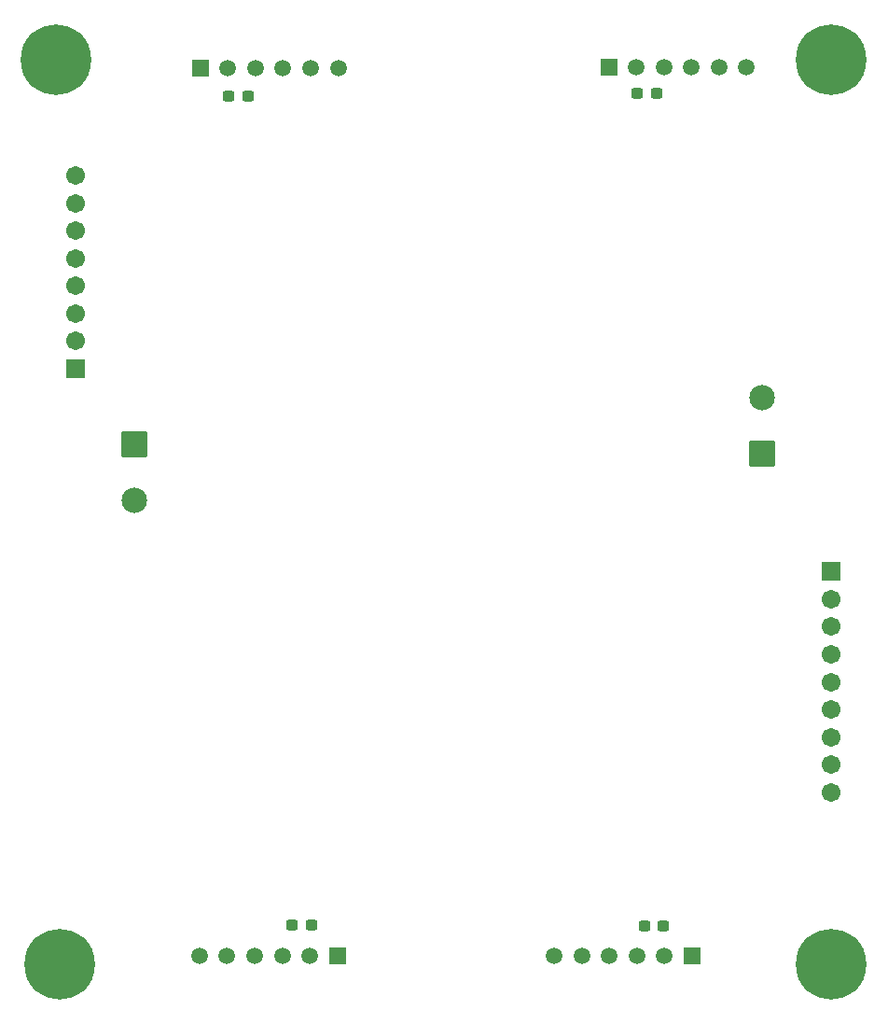
<source format=gbr>
%TF.GenerationSoftware,KiCad,Pcbnew,7.0.5*%
%TF.CreationDate,2023-10-05T13:57:49+07:00*%
%TF.ProjectId,Driver_motor,44726976-6572-45f6-9d6f-746f722e6b69,rev?*%
%TF.SameCoordinates,Original*%
%TF.FileFunction,Soldermask,Bot*%
%TF.FilePolarity,Negative*%
%FSLAX46Y46*%
G04 Gerber Fmt 4.6, Leading zero omitted, Abs format (unit mm)*
G04 Created by KiCad (PCBNEW 7.0.5) date 2023-10-05 13:57:49*
%MOMM*%
%LPD*%
G01*
G04 APERTURE LIST*
G04 Aperture macros list*
%AMRoundRect*
0 Rectangle with rounded corners*
0 $1 Rounding radius*
0 $2 $3 $4 $5 $6 $7 $8 $9 X,Y pos of 4 corners*
0 Add a 4 corners polygon primitive as box body*
4,1,4,$2,$3,$4,$5,$6,$7,$8,$9,$2,$3,0*
0 Add four circle primitives for the rounded corners*
1,1,$1+$1,$2,$3*
1,1,$1+$1,$4,$5*
1,1,$1+$1,$6,$7*
1,1,$1+$1,$8,$9*
0 Add four rect primitives between the rounded corners*
20,1,$1+$1,$2,$3,$4,$5,0*
20,1,$1+$1,$4,$5,$6,$7,0*
20,1,$1+$1,$6,$7,$8,$9,0*
20,1,$1+$1,$8,$9,$2,$3,0*%
G04 Aperture macros list end*
%ADD10R,1.508000X1.508000*%
%ADD11C,1.508000*%
%ADD12RoundRect,0.102000X0.754000X-0.754000X0.754000X0.754000X-0.754000X0.754000X-0.754000X-0.754000X0*%
%ADD13C,1.712000*%
%ADD14C,6.400000*%
%ADD15RoundRect,0.102000X-1.050000X1.050000X-1.050000X-1.050000X1.050000X-1.050000X1.050000X1.050000X0*%
%ADD16C,2.304000*%
%ADD17RoundRect,0.102000X-0.754000X0.754000X-0.754000X-0.754000X0.754000X-0.754000X0.754000X0.754000X0*%
%ADD18RoundRect,0.102000X1.050000X-1.050000X1.050000X1.050000X-1.050000X1.050000X-1.050000X-1.050000X0*%
%ADD19RoundRect,0.237500X0.300000X0.237500X-0.300000X0.237500X-0.300000X-0.237500X0.300000X-0.237500X0*%
%ADD20RoundRect,0.237500X-0.300000X-0.237500X0.300000X-0.237500X0.300000X0.237500X-0.300000X0.237500X0*%
G04 APERTURE END LIST*
D10*
%TO.C,J2*%
X131859500Y-127028500D03*
D11*
X129359500Y-127028500D03*
X126859500Y-127028500D03*
X124359500Y-127028500D03*
X121859500Y-127028500D03*
X119359500Y-127028500D03*
%TD*%
D12*
%TO.C,J6*%
X75946000Y-73714000D03*
D13*
X75946000Y-71214000D03*
X75946000Y-68714000D03*
X75946000Y-66214000D03*
X75946000Y-63714000D03*
X75946000Y-61214000D03*
X75946000Y-58714000D03*
X75946000Y-56214000D03*
%TD*%
D14*
%TO.C,H1*%
X74168000Y-45720000D03*
%TD*%
D15*
%TO.C,J7*%
X81216000Y-80554500D03*
D16*
X81216000Y-85634500D03*
%TD*%
D10*
%TO.C,J4*%
X87242000Y-46482000D03*
D11*
X89742000Y-46482000D03*
X92242000Y-46482000D03*
X94742000Y-46482000D03*
X97242000Y-46482000D03*
X99742000Y-46482000D03*
%TD*%
D14*
%TO.C,H4*%
X144526000Y-127762000D03*
%TD*%
D10*
%TO.C,J5*%
X99664250Y-127000000D03*
D11*
X97164250Y-127000000D03*
X94664250Y-127000000D03*
X92164250Y-127000000D03*
X89664250Y-127000000D03*
X87164250Y-127000000D03*
%TD*%
D14*
%TO.C,H2*%
X74443000Y-127762000D03*
%TD*%
D17*
%TO.C,J3*%
X144526000Y-92148000D03*
D13*
X144526000Y-94648000D03*
X144526000Y-97148000D03*
X144526000Y-99648000D03*
X144526000Y-102148000D03*
X144526000Y-104648000D03*
X144526000Y-107148000D03*
X144526000Y-109648000D03*
X144526000Y-112148000D03*
%TD*%
D10*
%TO.C,J1*%
X124300000Y-46382000D03*
D11*
X126800000Y-46382000D03*
X129300000Y-46382000D03*
X131800000Y-46382000D03*
X134300000Y-46382000D03*
X136800000Y-46382000D03*
%TD*%
D14*
%TO.C,H3*%
X144526000Y-45720000D03*
%TD*%
D18*
%TO.C,J8*%
X138240000Y-81465000D03*
D16*
X138240000Y-76385000D03*
%TD*%
D19*
%TO.C,C15*%
X128624500Y-48768000D03*
X126899500Y-48768000D03*
%TD*%
D20*
%TO.C,C16*%
X127561000Y-124242500D03*
X129286000Y-124242500D03*
%TD*%
D19*
%TO.C,C17*%
X91540500Y-49022000D03*
X89815500Y-49022000D03*
%TD*%
D20*
%TO.C,C18*%
X95579750Y-124214000D03*
X97304750Y-124214000D03*
%TD*%
M02*

</source>
